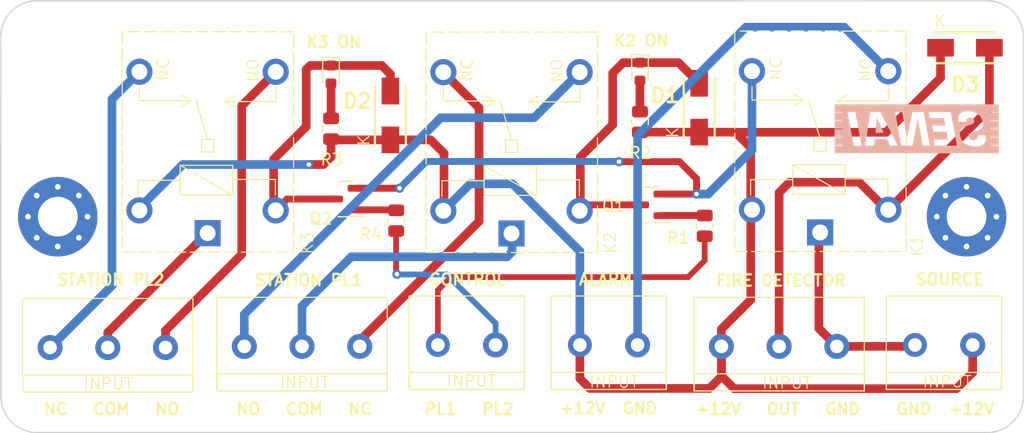
<source format=kicad_pcb>
(kicad_pcb (version 20221018) (generator pcbnew)
  (layers (0 "F.Cu" signal) (31 "B.Cu" signal) (34 "B.Paste" user) (35 "F.Paste" user) (36 "B.SilkS" user "B.Silkscreen") (37 "F.SilkS" user "F.Silkscreen") (38 "B.Mask" user) (39 "F.Mask" user) (44 "Edge.Cuts" user))
  (net 0 "")
  (net 1 "12V")
  (net 2 "Net-(D1-A)")
  (net 3 "Net-(D2-A)")
  (net 4 "Net-(D3-A)")
  (net 5 "Net-(J2-Pad1)")
  (net 6 "Net-(J3-Pad1)")
  (net 7 "Net-(J3-Pad2)")
  (net 8 "Net-(J3-Pad3)")
  (net 9 "Net-(J4-Pad1)")
  (net 10 "Net-(J4-Pad2)")
  (net 11 "Net-(J4-Pad3)")
  (net 12 "Net-(J1-Pad2)")
  (net 13 "Net-(Q1-E)")
  (net 14 "Net-(LED1-A)")
  (net 15 "Net-(LED2-A)")
  (net 16 "Net-(Q1-B)")
  (net 17 "Net-(Q2-B)")
  (net 18 "PL2")
  (net 19 "PL1")
  (footprint "My_library_footprint:KRE_3Vias" (layer "F.Cu") (at 213.78 86.42 180)
    (fp_text reference "J5" hide)
    (fp_text value "KRE_3_vias" hide)
    (fp_text user "INPUT" (at 1.56 -3.8 unlocked) (layer "F.SilkS") (effects (font (thickness 0.1)) (justify left bottom)))
    (pad "1" thru_hole circle (at -5.08 0 180) (size 2.2 2.2) (drill 1.2) (layers "*.Cu" "*.Mask") (net 12 "Net-(J1-Pad2)"))
    (pad "2" thru_hole circle (at 0 0 180) (size 2.2 2.2) (drill 1.2) (layers "*.Cu" "*.Mask") (net 4 "Net-(D3-A)"))
    (pad "3" thru_hole circle (at 5.08 0 180) (size 2.2 2.2) (drill 1.2) (layers "*.Cu" "*.Mask") (net 1 "12V"))
  )
  (footprint "Package_TO_SOT_SMD:SOT-23" (layer "F.Cu") (at 202.5275 73.96 180)
    (fp_text reference "Q1" (at 3.33 -0.09) (layer "F.SilkS"))
    (fp_text value "BC817" hide)
    (pad "1" smd roundrect (at -0.9375 -0.95 180) (size 1.475 0.6) (layers "F.Cu" "F.Paste" "F.Mask") (net 16 "Net-(Q1-B)"))
    (pad "2" smd roundrect (at -0.9375 0.95 180) (size 1.475 0.6) (layers "F.Cu" "F.Paste" "F.Mask") (net 13 "Net-(Q1-E)"))
    (pad "3" smd roundrect (at 0.9375 0 180) (size 1.475 0.6) (layers "F.Cu" "F.Paste" "F.Mask") (net 2 "Net-(D1-A)"))
  )
  (footprint "Package_TO_SOT_SMD:SOT-23" (layer "F.Cu") (at 175.6 73.45 180)
    (fp_text reference "Q2" (at 2.15 -1.74) (layer "F.SilkS"))
    (fp_text value "BC817" hide)
    (pad "1" smd roundrect (at -0.9375 -0.95 180) (size 1.475 0.6) (layers "F.Cu" "F.Paste" "F.Mask") (net 17 "Net-(Q2-B)"))
    (pad "2" smd roundrect (at -0.9375 0.95 180) (size 1.475 0.6) (layers "F.Cu" "F.Paste" "F.Mask") (net 13 "Net-(Q1-E)"))
    (pad "3" smd roundrect (at 0.9375 0 180) (size 1.475 0.6) (layers "F.Cu" "F.Paste" "F.Mask") (net 3 "Net-(D2-A)"))
  )
  (footprint "My_library_footprint:Diodo_SM_DO-214" (layer "F.Cu") (at 179.56 66.09 90)
    (fp_text reference "D2" (at 1.26 -2.92) (layer "F.SilkS") (effects (font (size 1.27 1.27) (thickness 0.254))))
    (fp_text value "1N4007" hide)
    (fp_text user "K" (at -2.7432 -1.7526 90 unlocked) (layer "F.SilkS") (effects (font (thickness 0.1)) (justify left bottom)))
    (pad "1" smd rect (at -2.15 0 180) (size 1.55 2.35) (layers "F.Cu" "F.Paste" "F.Mask") (net 1 "12V"))
    (pad "2" smd rect (at 2.15 0 180) (size 1.55 2.35) (layers "F.Cu" "F.Paste" "F.Mask") (net 3 "Net-(D2-A)"))
  )
  (footprint "My_library_footprint:AX1RC" (layer "F.Cu") (at 190.22 76.48 90)
    (fp_text reference "K2" (at -0.82 8.69 90 unlocked) (layer "F.SilkS") (effects (font (thickness 0.1))))
    (fp_text value "AX1RC2" hide)
    (fp_text user "NC" (at 13.3096 -3.3274 90 unlocked) (layer "F.SilkS") (effects (font (thickness 0.1)) (justify left bottom)))
    (fp_text user "NO" (at 13.208 4.572 90 unlocked) (layer "F.SilkS") (effects (font (thickness 0.1)) (justify left bottom)))
    (pad "1" thru_hole circle (at 2 6 90) (size 2.3 2.3) (drill 1.4) (layers "*.Cu" "*.Mask") (net 2 "Net-(D1-A)"))
    (pad "2" thru_hole rect (at 0 0 90) (size 2.3 2.3) (drill 1.4) (layers "*.Cu" "*.Mask") (net 7 "Net-(J3-Pad2)"))
    (pad "3" thru_hole circle (at 14.2 6 90) (size 2.3 2.3) (drill 1.4) (layers "*.Cu" "*.Mask") (net 8 "Net-(J3-Pad3)"))
    (pad "4" thru_hole circle (at 14.2 -6 90) (size 2.3 2.3) (drill 1.4) (layers "*.Cu" "*.Mask") (net 6 "Net-(J3-Pad1)"))
    (pad "5" thru_hole circle (at 2 -6 90) (size 2.3 2.3) (drill 1.4) (layers "*.Cu" "*.Mask") (net 1 "12V"))
  )
  (footprint "MountingHole:MountingHole_3.5mm_Pad_Via" (layer "F.Cu") (at 150.28 75 180)
    (fp_text reference "REF**" hide)
    (fp_text value "MountingHole_3.5mm_Pad_Via" hide)
    (pad "1" thru_hole circle (at -2.625 0 180) (size 0.8 0.8) (drill 0.5) (layers "*.Cu" "*.Mask"))
    (pad "1" thru_hole circle (at -1.856155 -1.856155 180) (size 0.8 0.8) (drill 0.5) (layers "*.Cu" "*.Mask"))
    (pad "1" thru_hole circle (at -1.856155 1.856155 180) (size 0.8 0.8) (drill 0.5) (layers "*.Cu" "*.Mask"))
    (pad "1" thru_hole circle (at 0 -2.625 180) (size 0.8 0.8) (drill 0.5) (layers "*.Cu" "*.Mask"))
    (pad "1" thru_hole circle (at 0 0 180) (size 7 7) (drill 3.5) (layers "*.Cu" "*.Mask"))
    (pad "1" thru_hole circle (at 0 2.625 180) (size 0.8 0.8) (drill 0.5) (layers "*.Cu" "*.Mask"))
    (pad "1" thru_hole circle (at 1.856155 -1.856155 180) (size 0.8 0.8) (drill 0.5) (layers "*.Cu" "*.Mask"))
    (pad "1" thru_hole circle (at 1.856155 1.856155 180) (size 0.8 0.8) (drill 0.5) (layers "*.Cu" "*.Mask"))
    (pad "1" thru_hole circle (at 2.625 0 180) (size 0.8 0.8) (drill 0.5) (layers "*.Cu" "*.Mask"))
  )
  (footprint "My_library_footprint:AX1RC" (layer "F.Cu") (at 217.39 76.39 90)
    (fp_text reference "K1" (at -1.16 8.53 90 unlocked) (layer "F.SilkS") (effects (font (thickness 0.1))))
    (fp_text value "AX1RC2" hide)
    (fp_text user "NO" (at 13.208 4.572 90 unlocked) (layer "F.SilkS") (effects (font (thickness 0.1)) (justify left bottom)))
    (fp_text user "NC" (at 13.3096 -3.3274 90 unlocked) (layer "F.SilkS") (effects (font (thickness 0.1)) (justify left bottom)))
    (pad "1" thru_hole circle (at 2 6 90) (size 2.3 2.3) (drill 1.4) (layers "*.Cu" "*.Mask") (net 4 "Net-(D3-A)"))
    (pad "2" thru_hole rect (at 0 0 90) (size 2.3 2.3) (drill 1.4) (layers "*.Cu" "*.Mask") (net 12 "Net-(J1-Pad2)"))
    (pad "3" thru_hole circle (at 14.2 6 90) (size 2.3 2.3) (drill 1.4) (layers "*.Cu" "*.Mask") (net 5 "Net-(J2-Pad1)"))
    (pad "4" thru_hole circle (at 14.2 -6 90) (size 2.3 2.3) (drill 1.4) (layers "*.Cu" "*.Mask") (net 13 "Net-(Q1-E)"))
    (pad "5" thru_hole circle (at 2 -6 90) (size 2.3 2.3) (drill 1.4) (layers "*.Cu" "*.Mask") (net 1 "12V"))
  )
  (footprint "My_library_footprint:KRE_3Vias" (layer "F.Cu") (at 171.78 86.42 180)
    (fp_text reference "J3" hide)
    (fp_text value "KRE_3_vias" hide)
    (fp_text user "INPUT" (at 2.03 -3.77 unlocked) (layer "F.SilkS") (effects (font (thickness 0.1)) (justify left bottom)))
    (pad "1" thru_hole circle (at -5.08 0 180) (size 2.2 2.2) (drill 1.2) (layers "*.Cu" "*.Mask") (net 6 "Net-(J3-Pad1)"))
    (pad "2" thru_hole circle (at 0 0 180) (size 2.2 2.2) (drill 1.2) (layers "*.Cu" "*.Mask") (net 7 "Net-(J3-Pad2)"))
    (pad "3" thru_hole circle (at 5.08 0 180) (size 2.2 2.2) (drill 1.2) (layers "*.Cu" "*.Mask") (net 8 "Net-(J3-Pad3)"))
  )
  (footprint "MountingHole:MountingHole_3.5mm_Pad_Via" (layer "F.Cu") (at 230.28 75 180)
    (fp_text reference "REF**" hide)
    (fp_text value "MountingHole_3.5mm_Pad_Via" hide)
    (pad "1" thru_hole circle (at -2.625 0 180) (size 0.8 0.8) (drill 0.5) (layers "*.Cu" "*.Mask"))
    (pad "1" thru_hole circle (at -1.856155 -1.856155 180) (size 0.8 0.8) (drill 0.5) (layers "*.Cu" "*.Mask"))
    (pad "1" thru_hole circle (at -1.856155 1.856155 180) (size 0.8 0.8) (drill 0.5) (layers "*.Cu" "*.Mask"))
    (pad "1" thru_hole circle (at 0 -2.625 180) (size 0.8 0.8) (drill 0.5) (layers "*.Cu" "*.Mask"))
    (pad "1" thru_hole circle (at 0 0 180) (size 7 7) (drill 3.5) (layers "*.Cu" "*.Mask"))
    (pad "1" thru_hole circle (at 0 2.625 180) (size 0.8 0.8) (drill 0.5) (layers "*.Cu" "*.Mask"))
    (pad "1" thru_hole circle (at 1.856155 -1.856155 180) (size 0.8 0.8) (drill 0.5) (layers "*.Cu" "*.Mask"))
    (pad "1" thru_hole circle (at 1.856155 1.856155 180) (size 0.8 0.8) (drill 0.5) (layers "*.Cu" "*.Mask"))
    (pad "1" thru_hole circle (at 2.625 0 180) (size 0.8 0.8) (drill 0.5) (layers "*.Cu" "*.Mask"))
  )
  (footprint "My_library_footprint:KRE_2Vias" (layer "F.Cu") (at 228.28 86.42 180)
    (fp_text reference "J1" hide)
    (fp_text value "~" hide)
    (fp_text user "INPUT" (at 1.93 -3.69 unlocked) (layer "F.SilkS") (effects (font (thickness 0.1)) (justify left bottom)))
    (pad "1" thru_hole circle (at -2.54 0.127 180) (size 2.2 2.2) (drill 1.2) (layers "*.Cu" "*.Mask") (net 1 "12V"))
    (pad "2" thru_hole circle (at 2.54 0.127 180) (size 2.1 2.1) (drill 1.2) (layers "*.Cu" "*.Mask") (net 12 "Net-(J1-Pad2)"))
  )
  (footprint "My_library_footprint:KRE_2Vias" (layer "F.Cu") (at 186.28 86.42 180)
    (fp_text reference "J6" hide)
    (fp_text value "~" hide)
    (fp_text user "INPUT" (at 1.82 -3.63 unlocked) (layer "F.SilkS") (effects (font (thickness 0.1)) (justify left bottom)))
    (pad "1" thru_hole circle (at -2.54 0.127 180) (size 2.2 2.2) (drill 1.2) (layers "*.Cu" "*.Mask") (net 18 "PL2"))
    (pad "2" thru_hole circle (at 2.54 0.127 180) (size 2.1 2.1) (drill 1.2) (layers "*.Cu" "*.Mask") (net 19 "PL1"))
  )
  (footprint "My_library_footprint:Diodo_SM_DO-214" (layer "F.Cu") (at 230.14 60.13)
    (fp_text reference "D3" (at 0.0254 3.2512) (layer "F.SilkS") (effects (font (size 1.27 1.27) (thickness 0.254))))
    (fp_text value "1N4007" hide)
    (fp_text user "K" (at -2.7432 -1.7526 unlocked) (layer "F.SilkS") (effects (font (thickness 0.1)) (justify left bottom)))
    (pad "1" smd rect (at -2.15 0 90) (size 1.55 2.35) (layers "F.Cu" "F.Paste" "F.Mask") (net 1 "12V"))
    (pad "2" smd rect (at 2.15 0 90) (size 1.55 2.35) (layers "F.Cu" "F.Paste" "F.Mask") (net 4 "Net-(D3-A)"))
  )
  (footprint "Resistor_SMD:R_0805_2012Metric" (layer "F.Cu") (at 180.07 75.3525 90)
    (fp_text reference "R4" (at -1.1975 -2.24) (layer "F.SilkS"))
    (fp_text value "2K2" hide)
    (pad "1" smd roundrect (at -0.9125 0 90) (size 1.025 1.4) (layers "F.Cu" "F.Paste" "F.Mask") (roundrect_rratio 0.243902439) (net 18 "PL2"))
    (pad "2" smd roundrect (at 0.9125 0 90) (size 1.025 1.4) (layers "F.Cu" "F.Paste" "F.Mask") (roundrect_rratio 0.243902439) (net 17 "Net-(Q2-B)"))
  )
  (footprint "My_library_footprint:Diodo_SM_DO-214" (layer "F.Cu") (at 206.74 65.41 90)
    (fp_text reference "D1" (at 1.09 -3.02) (layer "F.SilkS") (effects (font (size 1.27 1.27) (thickness 0.254))))
    (fp_text value "1N4007" hide)
    (fp_text user "K" (at -2.7432 -1.7526 90 unlocked) (layer "F.SilkS") (effects (font (thickness 0.1)) (justify left bottom)))
    (pad "1" smd rect (at -2.15 0 180) (size 1.55 2.35) (layers "F.Cu" "F.Paste" "F.Mask") (net 1 "12V"))
    (pad "2" smd rect (at 2.15 0 180) (size 1.55 2.35) (layers "F.Cu" "F.Paste" "F.Mask") (net 2 "Net-(D1-A)"))
  )
  (footprint "Resistor_SMD:R_0805_2012Metric" (layer "F.Cu") (at 174.34 67.26 90)
    (fp_text reference "R3" (at -2.71 0.05) (layer "F.SilkS"))
    (fp_text value "820R" hide)
    (pad "1" smd roundrect (at -0.9125 0 90) (size 1.025 1.4) (layers "F.Cu" "F.Paste" "F.Mask") (roundrect_rratio 0.243902439) (net 1 "12V"))
    (pad "2" smd roundrect (at 0.9125 0 90) (size 1.025 1.4) (layers "F.Cu" "F.Paste" "F.Mask") (roundrect_rratio 0.243902439) (net 15 "Net-(LED2-A)"))
  )
  (footprint "Resistor_SMD:R_0805_2012Metric" (layer "F.Cu") (at 207.23 75.81 90)
    (fp_text reference "R1" (at -1.05 -2.34) (layer "F.SilkS"))
    (fp_text value "2K2" hide)
    (pad "1" smd roundrect (at -0.9125 0 90) (size 1.025 1.4) (layers "F.Cu" "F.Paste" "F.Mask") (roundrect_rratio 0.243902439) (net 19 "PL1"))
    (pad "2" smd roundrect (at 0.9125 0 90) (size 1.025 1.4) (layers "F.Cu" "F.Paste" "F.Mask") (roundrect_rratio 0.243902439) (net 16 "Net-(Q1-B)"))
  )
  (footprint "LED_SMD:LED_0603_1608Metric" (layer "F.Cu") (at 201.53 62.23 -90)
    (fp_text reference "LED1" hide)
    (fp_text value "LED_VM" hide)
    (pad "1" smd roundrect (at -0.7875 0 270) (size 0.875 0.95) (layers "F.Cu" "F.Paste" "F.Mask") (net 2 "Net-(D1-A)"))
    (pad "2" smd roundrect (at 0.7875 0 270) (size 0.875 0.95) (layers "F.Cu" "F.Paste" "F.Mask") (net 14 "Net-(LED1-A)"))
  )
  (footprint "My_library_footprint:KRE_2Vias" (layer "F.Cu") (at 198.78 86.42 180)
    (fp_text reference "J2" hide)
    (fp_text value "~" hide)
    (fp_text user "INPUT" (at 1.77 -3.72 unlocked) (layer "F.SilkS") (effects (font (thickness 0.1)) (justify left bottom)))
    (pad "1" thru_hole circle (at -2.54 0.127 180) (size 2.2 2.2) (drill 1.2) (layers "*.Cu" "*.Mask") (net 5 "Net-(J2-Pad1)"))
    (pad "2" thru_hole circle (at 2.54 0.127 180) (size 2.1 2.1) (drill 1.2) (layers "*.Cu" "*.Mask") (net 1 "12V"))
  )
  (footprint "My_library_footprint:AX1RC" (layer "F.Cu") (at 163.4646 76.4464 90)
    (fp_text reference "K3" (at -0.8936 8.8054 90 unlocked) (layer "F.SilkS") (effects (font (thickness 0.1))))
    (fp_text value "AX1RC2" hide)
    (fp_text user "NO" (at 13.208 4.572 90 unlocked) (layer "F.SilkS") (effects (font (thickness 0.1)) (justify left bottom)))
    (fp_text user "NC" (at 13.3096 -3.3274 90 unlocked) (layer "F.SilkS") (effects (font (thickness 0.1)) (justify left bottom)))
    (pad "1" thru_hole circle (at 2 6 90) (size 2.3 2.3) (drill 1.4) (layers "*.Cu" "*.Mask") (net 3 "Net-(D2-A)"))
    (pad "2" thru_hole rect (at 0 0 90) (size 2.3 2.3) (drill 1.4) (layers "*.Cu" "*.Mask") (net 10 "Net-(J4-Pad2)"))
    (pad "3" thru_hole circle (at 14.2 6 90) (size 2.3 2.3) (drill 1.4) (layers "*.Cu" "*.Mask") (net 9 "Net-(J4-Pad1)"))
    (pad "4" thru_hole circle (at 14.2 -6 90) (size 2.3 2.3) (drill 1.4) (layers "*.Cu" "*.Mask") (net 11 "Net-(J4-Pad3)"))
    (pad "5" thru_hole circle (at 2 -6 90) (size 2.3 2.3) (drill 1.4) (layers "*.Cu" "*.Mask") (net 1 "12V"))
  )
  (footprint "Resistor_SMD:R_0805_2012Metric" (layer "F.Cu") (at 201.53 66.67 90)
    (fp_text reference "R2" (at -2.72 0.04) (layer "F.SilkS"))
    (fp_text value "820R" hide)
    (pad "1" smd roundrect (at -0.9125 0 90) (size 1.025 1.4) (layers "F.Cu" "F.Paste" "F.Mask") (roundrect_rratio 0.243902439) (net 1 "12V"))
    (pad "2" smd roundrect (at 0.9125 0 90) (size 1.025 1.4) (layers "F.Cu" "F.Paste" "F.Mask") (roundrect_rratio 0.243902439) (net 14 "Net-(LED1-A)"))
  )
  (footprint "My_library_footprint:KRE_3Vias" (layer "F.Cu") (at 154.68 86.52 180)
    (fp_text reference "J4" hide)
    (fp_text value "KRE_3_vias" hide)
    (fp_text user "INPUT" (at 2.19 -3.76 unlocked) (layer "F.SilkS") (effects (font (thickness 0.1)) (justify left bottom)))
    (pad "1" thru_hole circle (at -5.08 0 180) (size 2.2 2.2) (drill 1.2) (layers "*.Cu" "*.Mask") (net 9 "Net-(J4-Pad1)"))
    (pad "2" thru_hole circle (at 0 0 180) (size 2.2 2.2) (drill 1.2) (layers "*.Cu" "*.Mask") (net 10 "Net-(J4-Pad2)"))
    (pad "3" thru_hole circle (at 5.08 0 180) (size 2.2 2.2) (drill 1.2) (layers "*.Cu" "*.Mask") (net 11 "Net-(J4-Pad3)"))
  )
  (footprint "LED_SMD:LED_0603_1608Metric" (layer "F.Cu") (at 174.33 62.48 -90)
    (fp_text reference "LED2" hide)
    (fp_text value "LED_VM" hide)
    (pad "1" smd roundrect (at -0.7875 0 270) (size 0.875 0.95) (layers "F.Cu" "F.Paste" "F.Mask") (net 3 "Net-(D2-A)"))
    (pad "2" smd roundrect (at 0.7875 0 270) (size 0.875 0.95) (layers "F.Cu" "F.Paste" "F.Mask") (net 15 "Net-(LED2-A)"))
  )
  (footprint "My_library_footprint:Logo_SENAI_PCB_V3" (layer "B.Cu") (at 225.837083 67.344083 180)
    (fp_text reference "Ref**" hide)
    (fp_text value "Val**" hide)
  )
  (gr_arc (start 148.465671 94.004329) (mid 146.21 93.07) (end 145.275671 90.814329) (stroke (width 0.127)) (layer "Edge.Cuts"))
  (gr_arc (start 232.09 55.99) (mid 234.345671 56.924329) (end 235.28 59.18) (stroke (width 0.127)) (layer "Edge.Cuts"))
  (gr_line (start 145.275671 90.814329) (end 145.255671 59.185671) (stroke (width 0.127)) (layer "Edge.Cuts"))
  (gr_line (start 235.28 59.18) (end 235.28 90.82) (stroke (width 0.127)) (layer "Edge.Cuts"))
  (gr_arc (start 235.28 90.82) (mid 234.345671 93.075671) (end 232.09 94.01) (stroke (width 0.127)) (layer "Edge.Cuts"))
  (gr_arc (start 145.255671 59.185671) (mid 146.19 56.93) (end 148.445671 55.995671) (stroke (width 0.127)) (layer "Edge.Cuts"))
  (gr_line (start 232.09 94.01) (end 148.465671 94.004329) (stroke (width 0.127)) (layer "Edge.Cuts"))
  (gr_line (start 148.445671 55.995671) (end 232.09 55.99) (stroke (width 0.127)) (layer "Edge.Cuts"))
  (gr_text "SOURCE" (at 225.67 81.11) (layer "F.SilkS") (effects (font (size 1 1) (thickness 0.2) bold) (justify left bottom)))
  (gr_text "NC   COM   NO" (at 148.93 92.52) (layer "F.SilkS") (effects (font (size 1 1) (thickness 0.2) bold) (justify left bottom)))
  (gr_text "+12V   OUT   GND" (at 206.28 92.52) (layer "F.SilkS") (effects (font (size 1 1) (thickness 0.2) bold) (justify left bottom)))
  (gr_text "NO   COM   NC" (at 165.87 92.52) (layer "F.SilkS") (effects (font (size 1 1) (thickness 0.2) bold) (justify left bottom)))
  (gr_text "GND  +12V" (at 223.99 92.52) (layer "F.SilkS") (effects (font (size 1 1) (thickness 0.2) bold) (justify left bottom)))
  (gr_text "PL1   PL2" (at 182.46 92.52) (layer "F.SilkS") (effects (font (size 1 1) (thickness 0.2) bold) (justify left bottom)))
  (gr_text "ALARM" (at 196.04 81.12) (layer "F.SilkS") (effects (font (size 1 1) (thickness 0.2) bold) (justify left bottom)))
  (gr_text "FIRE DETECTOR" (at 208.11 81.21) (layer "F.SilkS") (effects (font (size 1 1) (thickness 0.2) bold) (justify left bottom)))
  (gr_text "CONTROL" (at 182.85 81.12) (layer "F.SilkS") (effects (font (size 1 1) (thickness 0.2) bold) (justify left bottom)))
  (gr_text "STATION PL1" (at 167.51 81.17) (layer "F.SilkS") (effects (font (size 1 1) (thickness 0.2) bold) (justify left bottom)))
  (gr_text "STATION PL2" (at 150.09 81.14) (layer "F.SilkS") (effects (font (size 1 1) (thickness 0.2) bold) (justify left bottom)))
  (gr_text "K2 ON\n" (at 199.09 60.08) (layer "F.SilkS") (effects (font (size 1 1) (thickness 0.2) bold) (justify left bottom)))
  (gr_text "K3 ON\n" (at 172.04 60.21) (layer "F.SilkS") (effects (font (size 1 1) (thickness 0.2) bold) (justify left bottom)))
  (gr_text "+12V  GND" (at 194.33 92.45) (layer "F.SilkS") (effects (font (size 1 1) (thickness 0.2) bold) (justify left bottom)))
  (segment (start 197.11 90.12) (end 196.24 89.25) (width 0.762) (layer "F.Cu") (net 1))
  (segment (start 230.82 86.293) (end 230.82 88.72) (width 0.762) (layer "F.Cu") (net 1))
  (segment (start 174.4075 68.24) (end 174.34 68.1725) (width 0.762) (layer "F.Cu") (net 1))
  (segment (start 201.5525 67.56) (end 201.53 67.5825) (width 0.762) (layer "F.Cu") (net 1))
  (segment (start 229.4 90.14) (end 209.82 90.14) (width 0.762) (layer "F.Cu") (net 1))
  (segment (start 209.82 90.14) (end 208.7 89.02) (width 0.762) (layer "F.Cu") (net 1))
  (segment (start 227.99 60.13) (end 227.99 62.78) (width 0.762) (layer "F.Cu") (net 1))
  (segment (start 230.82 88.72) (end 229.4 90.14) (width 0.762) (layer "F.Cu") (net 1))
  (segment (start 208.7 84.9) (end 211.28 82.32) (width 0.762) (layer "F.Cu") (net 1))
  (segment (start 174.34 69.73) (end 174.34 68.1725) (width 0.762) (layer "F.Cu") (net 1))
  (segment (start 184.28 69.42) (end 184.28 74.42) (width 0.762) (layer "F.Cu") (net 1))
  (segment (start 208.7 89.07) (end 207.65 90.12) (width 0.762) (layer "F.Cu") (net 1))
  (segment (start 179.56 68.24) (end 174.4075 68.24) (width 0.762) (layer "F.Cu") (net 1))
  (segment (start 211.28 68.92) (end 209.92 67.56) (width 0.762) (layer "F.Cu") (net 1))
  (segment (start 211.28 74.42) (end 211.28 68.92) (width 0.762) (layer "F.Cu") (net 1))
  (segment (start 208.7 86.42) (end 208.7 89.07) (width 0.762) (layer "F.Cu") (net 1))
  (segment (start 207.65 90.12) (end 197.11 90.12) (width 0.762) (layer "F.Cu") (net 1))
  (segment (start 173.66 70.41) (end 174.34 69.73) (width 0.762) (layer "F.Cu") (net 1))
  (segment (start 227.99 62.78) (end 223.2 67.57) (width 0.762) (layer "F.Cu") (net 1))
  (segment (start 208.7 89.02) (end 208.7 86.42) (width 0.762) (layer "F.Cu") (net 1))
  (segment (start 196.24 89.25) (end 196.24 86.293) (width 0.762) (layer "F.Cu") (net 1))
  (segment (start 209.92 67.56) (end 206.74 67.56) (width 0.762) (layer "F.Cu") (net 1))
  (segment (start 172.38 70.41) (end 173.66 70.41) (width 0.762) (layer "F.Cu") (net 1))
  (segment (start 183.1 68.24) (end 184.28 69.42) (width 0.762) (layer "F.Cu") (net 1))
  (segment (start 179.56 68.24) (end 183.1 68.24) (width 0.762) (layer "F.Cu") (net 1))
  (segment (start 211.28 82.32) (end 211.28 74.42) (width 0.762) (layer "F.Cu") (net 1))
  (segment (start 209.93 67.57) (end 209.92 67.56) (width 0.25) (layer "F.Cu") (net 1))
  (segment (start 223.2 67.57) (end 209.93 67.57) (width 0.762) (layer "F.Cu") (net 1))
  (segment (start 208.7 86.42) (end 208.7 84.9) (width 0.762) (layer "F.Cu") (net 1))
  (segment (start 206.74 67.56) (end 201.5525 67.56) (width 0.762) (layer "F.Cu") (net 1))
  (via (at 172.38 70.41) (size 0.8) (drill 0.4) (layers "F.Cu" "B.Cu") (net 1))
  (segment (start 184.28 74.42) (end 186.59 72.11) (width 0.762) (layer "B.Cu") (net 1))
  (segment (start 196.24 78.05) (end 196.24 86.293) (width 0.762) (layer "B.Cu") (net 1))
  (segment (start 186.59 72.11) (end 190.3 72.11) (width 0.762) (layer "B.Cu") (net 1))
  (segment (start 190.3 72.11) (end 196.24 78.05) (width 0.762) (layer "B.Cu") (net 1))
  (segment (start 161.29 70.41) (end 172.38 70.41) (width 0.762) (layer "B.Cu") (net 1))
  (segment (start 157.28 74.42) (end 161.29 70.41) (width 0.762) (layer "B.Cu") (net 1))
  (segment (start 199.13 62.36) (end 199.13 66.9) (width 0.762) (layer "F.Cu") (net 2))
  (segment (start 196.28 69.75) (end 196.28 74.42) (width 0.762) (layer "F.Cu") (net 2))
  (segment (start 200.0475 61.4425) (end 199.13 62.36) (width 0.762) (layer "F.Cu") (net 2))
  (segment (start 201.53 61.4425) (end 204.9225 61.4425) (width 0.762) (layer "F.Cu") (net 2))
  (segment (start 199.13 66.9) (end 196.28 69.75) (width 0.762) (layer "F.Cu") (net 2))
  (segment (start 196.74 73.96) (end 196.28 74.42) (width 0.6096) (layer "F.Cu") (net 2))
  (segment (start 201.59 73.96) (end 196.74 73.96) (width 0.6096) (layer "F.Cu") (net 2))
  (segment (start 204.9225 61.4425) (end 206.74 63.26) (width 0.762) (layer "F.Cu") (net 2))
  (segment (start 201.53 61.4425) (end 200.0475 61.4425) (width 0.762) (layer "F.Cu") (net 2))
  (segment (start 178.8025 61.6925) (end 179.56 62.45) (width 0.762) (layer "F.Cu") (net 3))
  (segment (start 172.15 67.07) (end 172.15 62.04) (width 0.762) (layer "F.Cu") (net 3))
  (segment (start 170.461 73.45) (end 169.4646 74.4464) (width 0.6096) (layer "F.Cu") (net 3))
  (segment (start 172.15 62.04) (end 172.4975 61.6925) (width 0.762) (layer "F.Cu") (net 3))
  (segment (start 174.6625 73.45) (end 170.461 73.45) (width 0.6096) (layer "F.Cu") (net 3))
  (segment (start 174.33 61.6925) (end 178.8025 61.6925) (width 0.762) (layer "F.Cu") (net 3))
  (segment (start 179.56 62.45) (end 179.56 63.94) (width 0.762) (layer "F.Cu") (net 3))
  (segment (start 172.4975 61.6925) (end 174.33 61.6925) (width 0.762) (layer "F.Cu") (net 3))
  (segment (start 169.28 69.94) (end 172.15 67.07) (width 0.762) (layer "F.Cu") (net 3))
  (segment (start 169.4646 74.4464) (end 169.28 74.2618) (width 0.762) (layer "F.Cu") (net 3))
  (segment (start 169.28 74.2618) (end 169.28 69.94) (width 0.762) (layer "F.Cu") (net 3))
  (segment (start 232.29 60.13) (end 232.29 65.49) (width 0.762) (layer "F.Cu") (net 4))
  (segment (start 214.69 71.97) (end 213.78 72.88) (width 0.762) (layer "F.Cu") (net 4))
  (segment (start 223.28 74.42) (end 220.83 71.97) (width 0.762) (layer "F.Cu") (net 4))
  (segment (start 213.78 72.88) (end 213.78 86.42) (width 0.762) (layer "F.Cu") (net 4))
  (segment (start 220.83 71.97) (end 214.69 71.97) (width 0.762) (layer "F.Cu") (net 4))
  (segment (start 232.29 65.49) (end 223.39 74.39) (width 0.762) (layer "F.Cu") (net 4))
  (segment (start 219.52 58.32) (end 223.39 62.19) (width 0.762) (layer "B.Cu") (net 5))
  (segment (start 201.32 67.85) (end 210.85 58.32) (width 0.762) (layer "B.Cu") (net 5))
  (segment (start 201.32 86.293) (end 201.32 67.85) (width 0.762) (layer "B.Cu") (net 5))
  (segment (start 210.85 58.32) (end 219.52 58.32) (width 0.762) (layer "B.Cu") (net 5))
  (segment (start 187.37 75.41) (end 187.37 72.91) (width 0.762) (layer "F.Cu") (net 6))
  (segment (start 187.37 73.9) (end 187.37 65.43) (width 0.762) (layer "F.Cu") (net 6))
  (segment (start 176.86 85.92) (end 187.37 75.41) (width 0.762) (layer "F.Cu") (net 6))
  (segment (start 176.86 86.42) (end 176.86 85.92) (width 0.762) (layer "F.Cu") (net 6))
  (segment (start 187.37 65.43) (end 184.22 62.28) (width 0.762) (layer "F.Cu") (net 6))
  (segment (start 171.78 86.42) (end 171.78 82.87) (width 0.762) (layer "B.Cu") (net 7))
  (segment (start 176.12 78.53) (end 189.84 78.53) (width 0.762) (layer "B.Cu") (net 7))
  (segment (start 190.28 78.09) (end 190.28 76.42) (width 0.762) (layer "B.Cu") (net 7))
  (segment (start 171.78 82.87) (end 176.12 78.53) (width 0.762) (layer "B.Cu") (net 7))
  (segment (start 189.84 78.53) (end 190.28 78.09) (width 0.762) (layer "B.Cu") (net 7))
  (segment (start 192.21 66.29) (end 184 66.29) (width 0.762) (layer "B.Cu") (net 8))
  (segment (start 184 66.29) (end 166.7 83.59) (width 0.762) (layer "B.Cu") (net 8))
  (segment (start 196.22 62.28) (end 192.21 66.29) (width 0.762) (layer "B.Cu") (net 8))
  (segment (start 166.7 83.59) (end 166.7 86.42) (width 0.762) (layer "B.Cu") (net 8))
  (segment (start 169.4646 62.2464) (end 166.47 65.241) (width 0.762) (layer "F.Cu") (net 9))
  (segment (start 166.47 65.241) (end 166.47 78.32) (width 0.762) (layer "F.Cu") (net 9))
  (segment (start 159.76 85.03) (end 159.76 86.52) (width 0.762) (layer "F.Cu") (net 9))
  (segment (start 166.47 78.32) (end 159.76 85.03) (width 0.762) (layer "F.Cu") (net 9))
  (segment (start 154.68 85.2) (end 154.68 86.52) (width 0.762) (layer "F.Cu") (net 10))
  (segment (start 163.4336 76.4464) (end 154.68 85.2) (width 0.762) (layer "F.Cu") (net 10))
  (segment (start 155.05 64.661) (end 155.05 81.07) (width 0.762) (layer "B.Cu") (net 11))
  (segment (start 157.4646 62.2464) (end 155.05 64.661) (width 0.762) (layer "B.Cu") (net 11))
  (segment (start 155.05 81.07) (end 149.6 86.52) (width 0.762) (layer "B.Cu") (net 11))
  (segment (start 225.613 86.42) (end 219.114 86.42) (width 0.762) (layer "F.Cu") (net 12))
  (segment (start 218.987 86.293) (end 218.86 86.42) (width 0.25) (layer "F.Cu") (net 12))
  (segment (start 219.114 86.42) (end 218.987 86.293) (width 0.762) (layer "F.Cu") (net 12))
  (segment (start 218.987 86.293) (end 218.733 86.293) (width 0.762) (layer "F.Cu") (net 12))
  (segment (start 218.733 86.293) (end 217.28 84.84) (width 0.762) (layer "F.Cu") (net 12))
  (segment (start 225.74 86.293) (end 225.613 86.42) (width 0.762) (layer "F.Cu") (net 12))
  (segment (start 217.28 84.84) (end 217.28 76.42) (width 0.762) (layer "F.Cu") (net 12))
  (segment (start 203.465 73.01) (end 206.51 73.01) (width 0.6096) (layer "F.Cu") (net 13))
  (segment (start 206.51 73.01) (end 206.51 71.66) (width 0.6096) (layer "F.Cu") (net 13))
  (segment (start 206.51 71.66) (end 205.01 70.16) (width 0.6096) (layer "F.Cu") (net 13))
  (segment (start 205.01 70.16) (end 199.68 70.16) (width 0.6096) (layer "F.Cu") (net 13))
  (segment (start 180.37 72.5) (end 176.5875 72.5) (width 0.6096) (layer "F.Cu") (net 13))
  (via (at 206.51 73.01) (size 0.8) (drill 0.4) (layers "F.Cu" "B.Cu") (net 13))
  (via (at 199.68 70.16) (size 0.8) (drill 0.4) (layers "F.Cu" "B.Cu") (net 13))
  (via (at 180.37 72.5) (size 0.8) (drill 0.4) (layers "F.Cu" "B.Cu") (net 13))
  (segment (start 199.66 70.14) (end 199.68 70.16) (width 0.6096) (layer "B.Cu") (net 13))
  (segment (start 180.37 72.5) (end 182.73 70.14) (width 0.6096) (layer "B.Cu") (net 13))
  (segment (start 211.39 69.15) (end 211.39 62.19) (width 0.762) (layer "B.Cu") (net 13))
  (segment (start 206.51 73.01) (end 207.53 73.01) (width 0.762) (layer "B.Cu") (net 13))
  (segment (start 207.53 73.01) (end 211.39 69.15) (width 0.762) (layer "B.Cu") (net 13))
  (segment (start 182.73 70.14) (end 199.66 70.14) (width 0.6096) (layer "B.Cu") (net 13))
  (segment (start 201.53 63.0175) (end 201.53 65.7575) (width 0.762) (layer "F.Cu") (net 14))
  (segment (start 174.34 63.2775) (end 174.33 63.2675) (width 0.25) (layer "F.Cu") (net 15))
  (segment (start 174.34 66.3475) (end 174.34 63.2775) (width 0.762) (layer "F.Cu") (net 15))
  (segment (start 207.23 74.8975) (end 203.4775 74.8975) (width 0.6096) (layer "F.Cu") (net 16))
  (segment (start 203.4775 74.8975) (end 203.465 74.91) (width 0.25) (layer "F.Cu") (net 16))
  (segment (start 180.03 74.4) (end 180.07 74.44) (width 0.25) (layer "F.Cu") (net 17))
  (segment (start 176.5375 74.4) (end 180.03 74.4) (width 0.6096) (layer "F.Cu") (net 17))
  (segment (start 180.13 80.07) (end 180.06 80) (width 0.508) (layer "F.Cu") (net 18))
  (segment (start 180.06 80) (end 180.06 76.275) (width 0.508) (layer "F.Cu") (net 18))
  (segment (start 180.06 76.275) (end 180.07 76.265) (width 0.508) (layer "F.Cu") (net 18))
  (via (at 180.13 80.07) (size 0.8) (drill 0.4) (layers "F.Cu" "B.Cu") (net 18))
  (segment (start 180.13 80.07) (end 180.15 80.09) (width 0.508) (layer "B.Cu") (net 18))
  (segment (start 188.82 84.39) (end 188.82 86.293) (width 0.508) (layer "B.Cu") (net 18))
  (segment (start 184.52 80.09) (end 188.82 84.39) (width 0.508) (layer "B.Cu") (net 18))
  (segment (start 180.15 80.09) (end 184.52 80.09) (width 0.508) (layer "B.Cu") (net 18))
  (segment (start 207.23 76.7225) (end 207.23 78.86) (width 0.508) (layer "F.Cu") (net 19))
  (segment (start 205.77 80.32) (end 184.89 80.32) (width 0.508) (layer "F.Cu") (net 19))
  (segment (start 207.23 78.86) (end 205.77 80.32) (width 0.508) (layer "F.Cu") (net 19))
  (segment (start 183.74 81.47) (end 183.74 86.293) (width 0.508) (layer "F.Cu") (net 19))
  (segment (start 184.89 80.32) (end 183.74 81.47) (width 0.508) (layer "F.Cu") (net 19))
)
</source>
